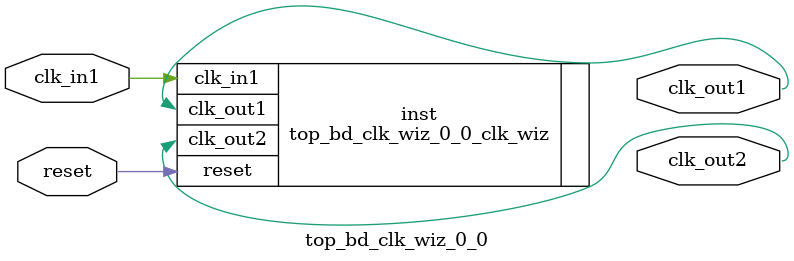
<source format=v>


`timescale 1ps/1ps

(* CORE_GENERATION_INFO = "top_bd_clk_wiz_0_0,clk_wiz_v6_0_4_0_0,{component_name=top_bd_clk_wiz_0_0,use_phase_alignment=true,use_min_o_jitter=false,use_max_i_jitter=false,use_dyn_phase_shift=false,use_inclk_switchover=false,use_dyn_reconfig=false,enable_axi=0,feedback_source=FDBK_AUTO,PRIMITIVE=MMCM,num_out_clk=2,clkin1_period=10.000,clkin2_period=10.000,use_power_down=false,use_reset=true,use_locked=false,use_inclk_stopped=false,feedback_type=SINGLE,CLOCK_MGR_TYPE=NA,manual_override=false}" *)

module top_bd_clk_wiz_0_0 
 (
  // Clock out ports
  output        clk_out1,
  output        clk_out2,
  // Status and control signals
  input         reset,
 // Clock in ports
  input         clk_in1
 );

  top_bd_clk_wiz_0_0_clk_wiz inst
  (
  // Clock out ports  
  .clk_out1(clk_out1),
  .clk_out2(clk_out2),
  // Status and control signals               
  .reset(reset), 
 // Clock in ports
  .clk_in1(clk_in1)
  );

endmodule

</source>
